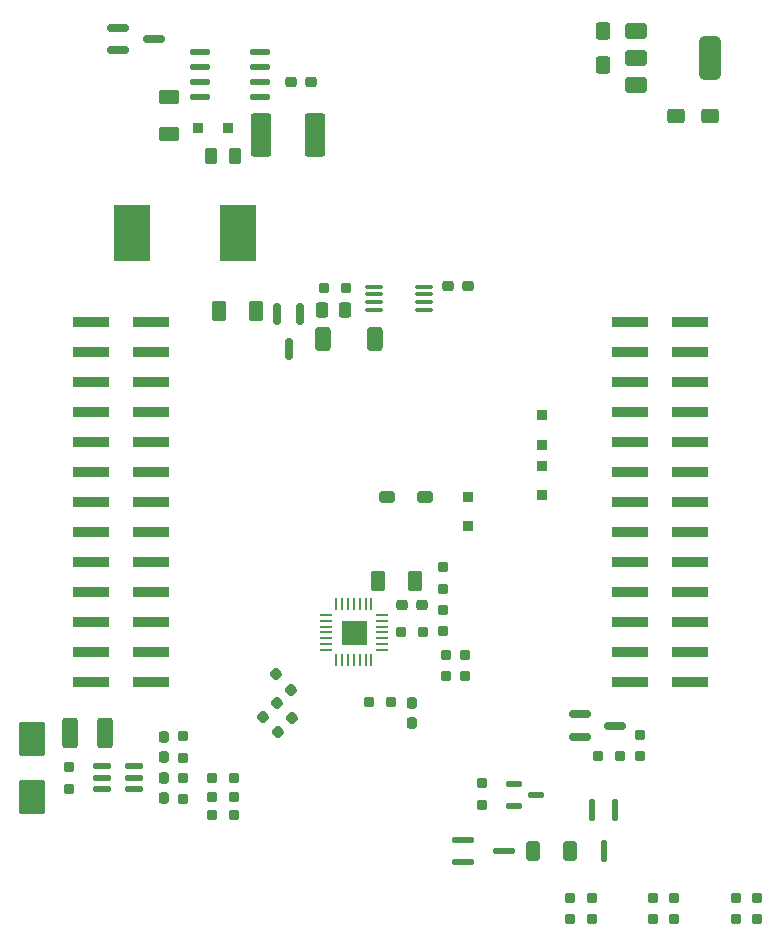
<source format=gbr>
%TF.GenerationSoftware,KiCad,Pcbnew,9.0.5*%
%TF.CreationDate,2026-01-12T16:44:52+01:00*%
%TF.ProjectId,ZumoComSystem,5a756d6f-436f-46d5-9379-7374656d2e6b,V1.2*%
%TF.SameCoordinates,Original*%
%TF.FileFunction,Paste,Bot*%
%TF.FilePolarity,Positive*%
%FSLAX45Y45*%
G04 Gerber Fmt 4.5, Leading zero omitted, Abs format (unit mm)*
G04 Created by KiCad (PCBNEW 9.0.5) date 2026-01-12 16:44:52*
%MOMM*%
%LPD*%
G01*
G04 APERTURE LIST*
G04 Aperture macros list*
%AMRoundRect*
0 Rectangle with rounded corners*
0 $1 Rounding radius*
0 $2 $3 $4 $5 $6 $7 $8 $9 X,Y pos of 4 corners*
0 Add a 4 corners polygon primitive as box body*
4,1,4,$2,$3,$4,$5,$6,$7,$8,$9,$2,$3,0*
0 Add four circle primitives for the rounded corners*
1,1,$1+$1,$2,$3*
1,1,$1+$1,$4,$5*
1,1,$1+$1,$6,$7*
1,1,$1+$1,$8,$9*
0 Add four rect primitives between the rounded corners*
20,1,$1+$1,$2,$3,$4,$5,0*
20,1,$1+$1,$4,$5,$6,$7,0*
20,1,$1+$1,$6,$7,$8,$9,0*
20,1,$1+$1,$8,$9,$2,$3,0*%
G04 Aperture macros list end*
%ADD10C,0.010000*%
%ADD11RoundRect,0.004800X0.430200X0.075200X-0.430200X0.075200X-0.430200X-0.075200X0.430200X-0.075200X0*%
%ADD12RoundRect,0.004800X-0.075200X0.430200X-0.075200X-0.430200X0.075200X-0.430200X0.075200X0.430200X0*%
%ADD13RoundRect,0.125000X-0.562500X-0.125000X0.562500X-0.125000X0.562500X0.125000X-0.562500X0.125000X0*%
%ADD14RoundRect,0.239130X-0.860870X1.235870X-0.860870X-1.235870X0.860870X-1.235870X0.860870X1.235870X0*%
%ADD15RoundRect,0.239130X-0.860868X1.235870X-0.860868X-1.235870X0.860868X-1.235870X0.860868X1.235870X0*%
%ADD16RoundRect,0.137500X-0.812500X-0.137500X0.812500X-0.137500X0.812500X0.137500X-0.812500X0.137500X0*%
%ADD17RoundRect,0.230770X-0.369230X-0.594230X0.369230X-0.594230X0.369230X0.594230X-0.369230X0.594230X0*%
%ADD18R,3.075000X4.850000*%
%ADD19RoundRect,0.137500X-0.137500X0.812500X-0.137500X-0.812500X0.137500X-0.812500X0.137500X0.812500X0*%
%ADD20RoundRect,0.212500X-0.212500X0.225000X-0.212500X-0.225000X0.212500X-0.225000X0.212500X0.225000X0*%
%ADD21RoundRect,0.212500X-0.212500X0.275000X-0.212500X-0.275000X0.212500X-0.275000X0.212500X0.275000X0*%
%ADD22RoundRect,0.231132X-0.381368X-0.618868X0.381368X-0.618868X0.381368X0.618868X-0.381368X0.618868X0*%
%ADD23RoundRect,0.212500X-0.275000X-0.212500X0.275000X-0.212500X0.275000X0.212500X-0.275000X0.212500X0*%
%ADD24RoundRect,0.212500X0.225000X0.212500X-0.225000X0.212500X-0.225000X-0.212500X0.225000X-0.212500X0*%
%ADD25RoundRect,0.212500X0.212500X-0.275000X0.212500X0.275000X-0.212500X0.275000X-0.212500X-0.275000X0*%
%ADD26RoundRect,0.212500X-0.225000X-0.212500X0.225000X-0.212500X0.225000X0.212500X-0.225000X0.212500X0*%
%ADD27RoundRect,0.175000X-0.725000X-0.175000X0.725000X-0.175000X0.725000X0.175000X-0.725000X0.175000X0*%
%ADD28R,3.050000X0.900000*%
%ADD29RoundRect,0.227272X0.447728X0.272726X-0.447728X0.272726X-0.447728X-0.272726X0.447728X-0.272726X0*%
%ADD30RoundRect,0.212500X0.212500X-0.225000X0.212500X0.225000X-0.212500X0.225000X-0.212500X-0.225000X0*%
%ADD31RoundRect,0.125000X-0.700000X-0.125000X0.700000X-0.125000X0.700000X0.125000X-0.700000X0.125000X0*%
%ADD32RoundRect,0.225000X0.225000X-0.225000X0.225000X0.225000X-0.225000X0.225000X-0.225000X-0.225000X0*%
%ADD33RoundRect,0.212500X0.309359X-0.008839X-0.008839X0.309359X-0.309359X0.008839X0.008839X-0.309359X0*%
%ADD34RoundRect,0.175000X-0.175000X0.725000X-0.175000X-0.725000X0.175000X-0.725000X0.175000X0.725000X0*%
%ADD35RoundRect,0.212500X-0.309359X0.008839X0.008839X-0.309359X0.309359X-0.008839X-0.008839X0.309359X0*%
%ADD36RoundRect,0.231481X-0.393519X0.506019X-0.393519X-0.506019X0.393519X-0.506019X0.393519X0.506019X0*%
%ADD37RoundRect,0.231132X-0.618868X0.381368X-0.618868X-0.381368X0.618868X-0.381368X0.618868X0.381368X0*%
%ADD38RoundRect,0.231481X0.506019X0.393519X-0.506019X0.393519X-0.506019X-0.393519X0.506019X-0.393519X0*%
%ADD39RoundRect,0.350000X-0.600000X-0.350000X0.600000X-0.350000X0.600000X0.350000X-0.600000X0.350000X0*%
%ADD40RoundRect,0.475000X-0.475000X-1.375000X0.475000X-1.375000X0.475000X1.375000X-0.475000X1.375000X0*%
%ADD41RoundRect,0.225000X-0.225000X0.225000X-0.225000X-0.225000X0.225000X-0.225000X0.225000X0.225000X0*%
%ADD42RoundRect,0.229167X0.320833X0.420833X-0.320833X0.420833X-0.320833X-0.420833X0.320833X-0.420833X0*%
%ADD43RoundRect,0.225000X0.225000X0.225000X-0.225000X0.225000X-0.225000X-0.225000X0.225000X-0.225000X0*%
%ADD44RoundRect,0.228723X-0.308777X-0.446277X0.308777X-0.446277X0.308777X0.446277X-0.308777X0.446277X0*%
%ADD45RoundRect,0.232457X-0.430043X-1.042543X0.430043X-1.042543X0.430043X1.042543X-0.430043X1.042543X0*%
%ADD46RoundRect,0.232143X-0.417857X-0.767857X0.417857X-0.767857X0.417857X0.767857X-0.417857X0.767857X0*%
%ADD47RoundRect,0.137500X-0.592500X-0.137500X0.592500X-0.137500X0.592500X0.137500X-0.592500X0.137500X0*%
%ADD48RoundRect,0.075000X-0.687500X-0.075000X0.687500X-0.075000X0.687500X0.075000X-0.687500X0.075000X0*%
%ADD49RoundRect,0.236486X-0.638514X-1.588514X0.638514X-1.588514X0.638514X1.588514X-0.638514X1.588514X0*%
G04 APERTURE END LIST*
D10*
%TO.C,U2*%
X14487500Y-11600500D02*
X14287500Y-11600500D01*
X14287500Y-11400500D01*
X14487500Y-11400500D01*
X14487500Y-11600500D01*
G36*
X14487500Y-11600500D02*
G01*
X14287500Y-11600500D01*
X14287500Y-11400500D01*
X14487500Y-11400500D01*
X14487500Y-11600500D01*
G37*
%TD*%
D11*
%TO.C,U2*%
X14624500Y-11350500D03*
X14624500Y-11400500D03*
X14624500Y-11450500D03*
X14624500Y-11500500D03*
X14624500Y-11550500D03*
X14624500Y-11600500D03*
X14624500Y-11650500D03*
X14150500Y-11650500D03*
X14150500Y-11600500D03*
X14150500Y-11550500D03*
X14150500Y-11500500D03*
X14150500Y-11450500D03*
X14150500Y-11400500D03*
X14150500Y-11350500D03*
D12*
X14237500Y-11263500D03*
X14287500Y-11263500D03*
X14337500Y-11263500D03*
X14387500Y-11263500D03*
X14437500Y-11263500D03*
X14487500Y-11263500D03*
X14537500Y-11263500D03*
X14537500Y-11737500D03*
X14487500Y-11737500D03*
X14437500Y-11737500D03*
X14387500Y-11737500D03*
X14337500Y-11737500D03*
X14287500Y-11737500D03*
X14237500Y-11737500D03*
%TD*%
D13*
%TO.C,Q5*%
X15933750Y-12875000D03*
X15746250Y-12780000D03*
X15746250Y-12970000D03*
%TD*%
D14*
%TO.C,D10*%
X11660000Y-12402500D03*
D15*
X11660000Y-12897500D03*
%TD*%
D16*
%TO.C,Q3*%
X15315000Y-13444000D03*
X15315000Y-13254000D03*
X15657000Y-13349000D03*
%TD*%
D17*
%TO.C,R21*%
X15905000Y-13350000D03*
X16215000Y-13350000D03*
%TD*%
D18*
%TO.C,L1*%
X13410750Y-8120000D03*
X12509250Y-8120000D03*
%TD*%
D19*
%TO.C,Q2*%
X16407500Y-13007000D03*
X16597500Y-13007000D03*
X16502500Y-13349000D03*
%TD*%
D20*
%TO.C,R13*%
X15170000Y-11688750D03*
X15170000Y-11871250D03*
%TD*%
%TO.C,R12*%
X15330000Y-11688750D03*
X15330000Y-11871250D03*
%TD*%
%TO.C,R8*%
X16920000Y-13746250D03*
X16920000Y-13928750D03*
%TD*%
%TO.C,R11*%
X17800000Y-13746250D03*
X17800000Y-13928750D03*
%TD*%
D21*
%TO.C,C3*%
X12780000Y-12733750D03*
X12780000Y-12906250D03*
%TD*%
D22*
%TO.C,C7*%
X14593750Y-11061000D03*
X14906250Y-11061000D03*
%TD*%
D23*
%TO.C,C8*%
X14793750Y-11270000D03*
X14966250Y-11270000D03*
%TD*%
D24*
%TO.C,R2*%
X13371250Y-12730000D03*
X13188750Y-12730000D03*
%TD*%
D25*
%TO.C,C1*%
X12780000Y-12556250D03*
X12780000Y-12383750D03*
%TD*%
D26*
%TO.C,R19*%
X14138750Y-8580000D03*
X14321250Y-8580000D03*
%TD*%
D27*
%TO.C,Q1*%
X16300000Y-12385000D03*
X16300000Y-12195000D03*
X16600000Y-12290000D03*
%TD*%
D28*
%TO.C,J2*%
X12164500Y-8871000D03*
X12669500Y-8871000D03*
X12164500Y-9125000D03*
X12669500Y-9125000D03*
X12164500Y-9379000D03*
X12669500Y-9379000D03*
X12164500Y-9633000D03*
X12669500Y-9633000D03*
X12164500Y-9887000D03*
X12669500Y-9887000D03*
X12164500Y-10141000D03*
X12669500Y-10141000D03*
X12164500Y-10395000D03*
X12669500Y-10395000D03*
X12164500Y-10649000D03*
X12669500Y-10649000D03*
X12164500Y-10903000D03*
X12669500Y-10903000D03*
X12164500Y-11157000D03*
X12669500Y-11157000D03*
X12164500Y-11411000D03*
X12669500Y-11411000D03*
X12164500Y-11665000D03*
X12669500Y-11665000D03*
X12164500Y-11919000D03*
X12669500Y-11919000D03*
%TD*%
D23*
%TO.C,C4*%
X15186750Y-8570000D03*
X15359250Y-8570000D03*
%TD*%
D29*
%TO.C,D16*%
X14987500Y-10350000D03*
X14672500Y-10350000D03*
%TD*%
D30*
%TO.C,R17*%
X12940000Y-12911250D03*
X12940000Y-12728750D03*
%TD*%
D24*
%TO.C,R14*%
X16641250Y-12550000D03*
X16458750Y-12550000D03*
%TD*%
D21*
%TO.C,C6*%
X14880000Y-12093750D03*
X14880000Y-12266250D03*
%TD*%
D31*
%TO.C,U3*%
X13082500Y-6970500D03*
X13082500Y-6843500D03*
X13082500Y-6716500D03*
X13082500Y-6589500D03*
X13597500Y-6589500D03*
X13597500Y-6716500D03*
X13597500Y-6843500D03*
X13597500Y-6970500D03*
%TD*%
D32*
%TO.C,D6*%
X15980000Y-9910000D03*
X15980000Y-9660000D03*
%TD*%
D33*
%TO.C,R24*%
X13744523Y-12344523D03*
X13615476Y-12215476D03*
%TD*%
D34*
%TO.C,Q4*%
X13741750Y-8800000D03*
X13931750Y-8800000D03*
X13836750Y-9100000D03*
%TD*%
D35*
%TO.C,R23*%
X13735476Y-12095476D03*
X13864523Y-12224523D03*
%TD*%
D36*
%TO.C,C11*%
X16500000Y-6406250D03*
X16500000Y-6693750D03*
%TD*%
D30*
%TO.C,R16*%
X12940000Y-12561250D03*
X12940000Y-12378750D03*
%TD*%
D26*
%TO.C,R25*%
X14518750Y-12090000D03*
X14701250Y-12090000D03*
%TD*%
D37*
%TO.C,C9*%
X12820000Y-6963750D03*
X12820000Y-7276250D03*
%TD*%
D38*
%TO.C,C14*%
X17403750Y-7130000D03*
X17116250Y-7130000D03*
%TD*%
D39*
%TO.C,U4*%
X16775000Y-6866000D03*
X16775000Y-6636000D03*
D40*
X17405000Y-6636000D03*
D39*
X16775000Y-6406000D03*
%TD*%
D22*
%TO.C,C13*%
X13243750Y-8780000D03*
X13556250Y-8780000D03*
%TD*%
D35*
%TO.C,R5*%
X13725476Y-11855476D03*
X13854523Y-11984523D03*
%TD*%
D41*
%TO.C,D7*%
X15980000Y-10090000D03*
X15980000Y-10340000D03*
%TD*%
D30*
%TO.C,R26*%
X15470000Y-12960000D03*
X15470000Y-12777500D03*
%TD*%
D41*
%TO.C,D5*%
X15355000Y-10350000D03*
X15355000Y-10600000D03*
%TD*%
D28*
%TO.C,J3*%
X16730500Y-8872000D03*
X17235500Y-8872000D03*
X16730500Y-9126000D03*
X17235500Y-9126000D03*
X16730500Y-9380000D03*
X17235500Y-9380000D03*
X16730500Y-9634000D03*
X17235500Y-9634000D03*
X16730500Y-9888000D03*
X17235500Y-9888000D03*
X16730500Y-10142000D03*
X17235500Y-10142000D03*
X16730500Y-10396000D03*
X17235500Y-10396000D03*
X16730500Y-10650000D03*
X17235500Y-10650000D03*
X16730500Y-10904000D03*
X17235500Y-10904000D03*
X16730500Y-11158000D03*
X17235500Y-11158000D03*
X16730500Y-11412000D03*
X17235500Y-11412000D03*
X16730500Y-11666000D03*
X17235500Y-11666000D03*
X16730500Y-11920000D03*
X17235500Y-11920000D03*
%TD*%
D20*
%TO.C,R6*%
X16402500Y-13746250D03*
X16402500Y-13928750D03*
%TD*%
D27*
%TO.C,Q7*%
X12395000Y-6572000D03*
X12395000Y-6382000D03*
X12695000Y-6477000D03*
%TD*%
D26*
%TO.C,R31*%
X14787500Y-11500000D03*
X14970000Y-11500000D03*
%TD*%
D30*
%TO.C,R28*%
X15140000Y-11131250D03*
X15140000Y-10948750D03*
%TD*%
D42*
%TO.C,R20*%
X14316750Y-8770000D03*
X14116750Y-8770000D03*
%TD*%
D24*
%TO.C,R3*%
X13371250Y-13050000D03*
X13188750Y-13050000D03*
%TD*%
D20*
%TO.C,R22*%
X11980000Y-12640000D03*
X11980000Y-12822500D03*
%TD*%
D43*
%TO.C,D15*%
X13320000Y-7230000D03*
X13070000Y-7230000D03*
%TD*%
D44*
%TO.C,C12*%
X13176250Y-7470000D03*
X13383750Y-7470000D03*
%TD*%
D23*
%TO.C,C10*%
X13853750Y-6840000D03*
X14026250Y-6840000D03*
%TD*%
D45*
%TO.C,F1*%
X11981250Y-12350000D03*
X12278750Y-12350000D03*
%TD*%
D30*
%TO.C,R15*%
X16810000Y-12550000D03*
X16810000Y-12367500D03*
%TD*%
D46*
%TO.C,D8*%
X14126750Y-9020000D03*
X14566750Y-9020000D03*
%TD*%
D20*
%TO.C,R29*%
X15140000Y-11308750D03*
X15140000Y-11491250D03*
%TD*%
D47*
%TO.C,IC1*%
X12255000Y-12825000D03*
X12255000Y-12730000D03*
X12255000Y-12635000D03*
X12525000Y-12635000D03*
X12525000Y-12730000D03*
X12525000Y-12825000D03*
%TD*%
D48*
%TO.C,IC2*%
X14558750Y-8767500D03*
X14558750Y-8702500D03*
X14558750Y-8637500D03*
X14558750Y-8572500D03*
X14981250Y-8572500D03*
X14981250Y-8637500D03*
X14981250Y-8702500D03*
X14981250Y-8767500D03*
%TD*%
D20*
%TO.C,R10*%
X17100000Y-13746250D03*
X17100000Y-13928750D03*
%TD*%
%TO.C,R9*%
X17620000Y-13746250D03*
X17620000Y-13928750D03*
%TD*%
D49*
%TO.C,D14*%
X13602500Y-7290000D03*
X14057500Y-7290000D03*
%TD*%
D20*
%TO.C,R7*%
X16220000Y-13746250D03*
X16220000Y-13928750D03*
%TD*%
D24*
%TO.C,R4*%
X13371250Y-12890000D03*
X13188750Y-12890000D03*
%TD*%
M02*

</source>
